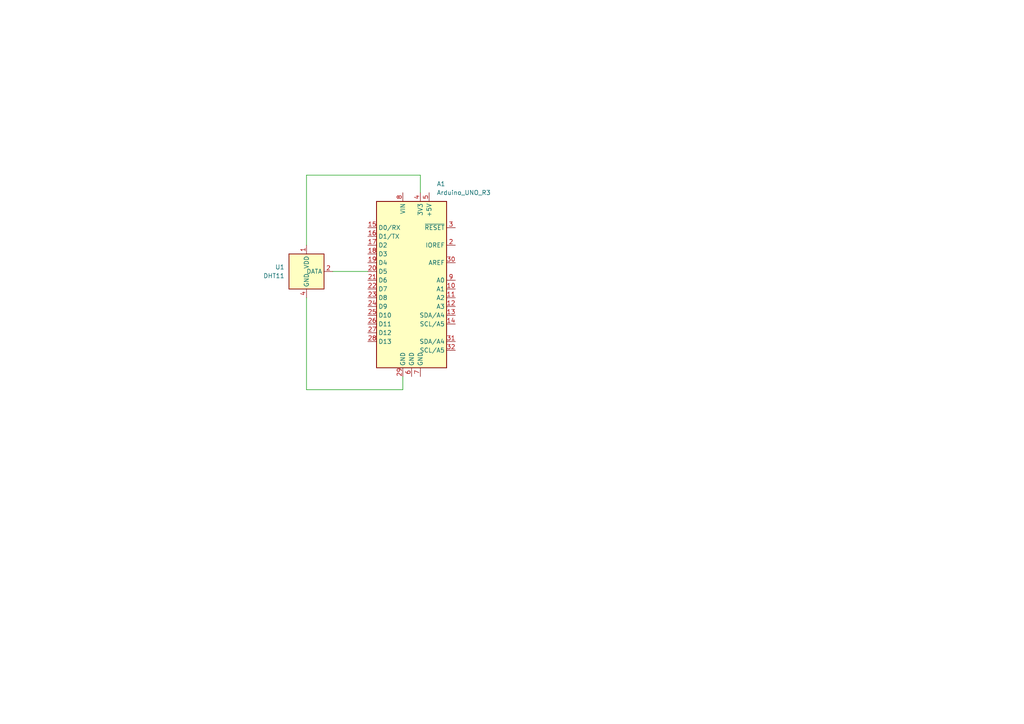
<source format=kicad_sch>
(kicad_sch (version 20231120) (generator "eeschema") (generator_version "8.0")
  (paper "A4")
  (lib_symbols
    (symbol "MCU_Module:Arduino_UNO_R3"
      (property "Reference" "A" (at -10.16 23.495 0))
      (property "Value" "Arduino_UNO_R3" (at 5.08 -26.67 0))
      (symbol "Arduino_UNO_R3_0_1"
        (rectangle (start -10.16 22.86) (end 10.16 -25.4) (stroke (width 0.254)) (fill (type background)))
      )
      (symbol "Arduino_UNO_R3_1_1"
        (pin no_connect line (at -10.16 -20.32 0) (length 2.54) hide (name "NC") (number "1"))
        (pin bidirectional line (at 12.7 -2.54 180) (length 2.54) (name "A1") (number "10"))
        (pin bidirectional line (at 12.7 -5.08 180) (length 2.54) (name "A2") (number "11"))
        (pin bidirectional line (at 12.7 -7.62 180) (length 2.54) (name "A3") (number "12"))
        (pin bidirectional line (at 12.7 -10.16 180) (length 2.54) (name "SDA/A4") (number "13"))
        (pin bidirectional line (at 12.7 -12.7 180) (length 2.54) (name "SCL/A5") (number "14"))
        (pin bidirectional line (at -12.7 15.24 0) (length 2.54) (name "D0/RX") (number "15"))
        (pin bidirectional line (at -12.7 12.7 0) (length 2.54) (name "D1/TX") (number "16"))
        (pin bidirectional line (at -12.7 10.16 0) (length 2.54) (name "D2") (number "17"))
        (pin bidirectional line (at -12.7 7.62 0) (length 2.54) (name "D3") (number "18"))
        (pin bidirectional line (at -12.7 5.08 0) (length 2.54) (name "D4") (number "19"))
        (pin output line (at 12.7 10.16 180) (length 2.54) (name "IOREF") (number "2"))
        (pin bidirectional line (at -12.7 2.54 0) (length 2.54) (name "D5") (number "20"))
        (pin bidirectional line (at -12.7 0 0) (length 2.54) (name "D6") (number "21"))
        (pin bidirectional line (at -12.7 -2.54 0) (length 2.54) (name "D7") (number "22"))
        (pin bidirectional line (at -12.7 -5.08 0) (length 2.54) (name "D8") (number "23"))
        (pin bidirectional line (at -12.7 -7.62 0) (length 2.54) (name "D9") (number "24"))
        (pin bidirectional line (at -12.7 -10.16 0) (length 2.54) (name "D10") (number "25"))
        (pin bidirectional line (at -12.7 -12.7 0) (length 2.54) (name "D11") (number "26"))
        (pin bidirectional line (at -12.7 -15.24 0) (length 2.54) (name "D12") (number "27"))
        (pin bidirectional line (at -12.7 -17.78 0) (length 2.54) (name "D13") (number "28"))
        (pin power_in line (at -2.54 -27.94 90) (length 2.54) (name "GND") (number "29"))
        (pin input line (at 12.7 15.24 180) (length 2.54) (name "~{RESET}") (number "3"))
        (pin input line (at 12.7 5.08 180) (length 2.54) (name "AREF") (number "30"))
        (pin bidirectional line (at 12.7 -17.78 180) (length 2.54) (name "SDA/A4") (number "31"))
        (pin bidirectional line (at 12.7 -20.32 180) (length 2.54) (name "SCL/A5") (number "32"))
        (pin power_out line (at 2.54 25.4 270) (length 2.54) (name "3V3") (number "4"))
        (pin power_out line (at 5.08 25.4 270) (length 2.54) (name "+5V") (number "5"))
        (pin power_in line (at 0 -27.94 90) (length 2.54) (name "GND") (number "6"))
        (pin power_in line (at 2.54 -27.94 90) (length 2.54) (name "GND") (number "7"))
        (pin power_in line (at -2.54 25.4 270) (length 2.54) (name "VIN") (number "8"))
        (pin bidirectional line (at 12.7 0 180) (length 2.54) (name "A0") (number "9"))
      )
    )
    (symbol "Sensor:DHT11"
      (property "Reference" "U" (at -3.81 6.35 0))
      (property "Value" "DHT11" (at 3.81 6.35 0))
      (symbol "DHT11_0_1"
        (rectangle (start -5.08 5.08) (end 5.08 -5.08) (stroke (width 0.254)) (fill (type background)))
      )
      (symbol "DHT11_1_1"
        (pin power_in line (at 0 7.62 270) (length 2.54) (name "VDD") (number "1"))
        (pin bidirectional line (at 7.62 0 180) (length 2.54) (name "DATA") (number "2"))
        (pin no_connect line (at -5.08 0 0) (length 2.54) hide (name "NC") (number "3"))
        (pin power_in line (at 0 -7.62 90) (length 2.54) (name "GND") (number "4"))
      )
    )
  )
  (wire (pts (xy 88.9 113.03) (xy 116.84 113.03)))
  (wire (pts (xy 121.92 50.8) (xy 88.9 50.8)))
  (wire (pts (xy 116.84 113.03) (xy 116.84 109.22)))
  (wire (pts (xy 88.9 86.36) (xy 88.9 113.03)))
  (wire (pts (xy 96.52 78.74) (xy 106.68 78.74)))
  (wire (pts (xy 88.9 50.8) (xy 88.9 71.12)))
  (wire (pts (xy 121.92 55.88) (xy 121.92 50.8)))
  (symbol (lib_id "Sensor:DHT11") (at 88.9 78.74 0) (unit 1)
    (property "Reference" "U1" (at 82.55 77.4699 0) (effects (justify right)))
    (property "Value" "DHT11" (at 82.55 80.0099 0) (effects (justify right)))
    (property "Footprint" "Sensor:Aosong_DHT11_5.5x12.0_P2.54mm" (effects (hide yes)))
    (property "Datasheet" "http://akizukidenshi.com/download/ds/aosong/DHT11.pdf" (effects (hide yes)))
    (property "Description" "3.3V to 5.5V, temperature and humidity module, DHT11" (effects (hide yes)))
  )
  (symbol (lib_id "MCU_Module:Arduino_UNO_R3") (at 119.38 81.28 0) (unit 1)
    (property "Reference" "A1" (at 126.6541 53.34 0) (effects (justify left)))
    (property "Value" "Arduino_UNO_R3" (at 126.6541 55.88 0) (effects (justify left)))
    (property "Footprint" "Module:Arduino_UNO_R3" (effects (hide yes)))
    (property "Datasheet" "https://www.arduino.cc/en/Main/arduinoBoardUno" (effects (hide yes)))
    (property "Description" "Arduino UNO Microcontroller Module, release 3" (effects (hide yes)))
  )
)
</source>
